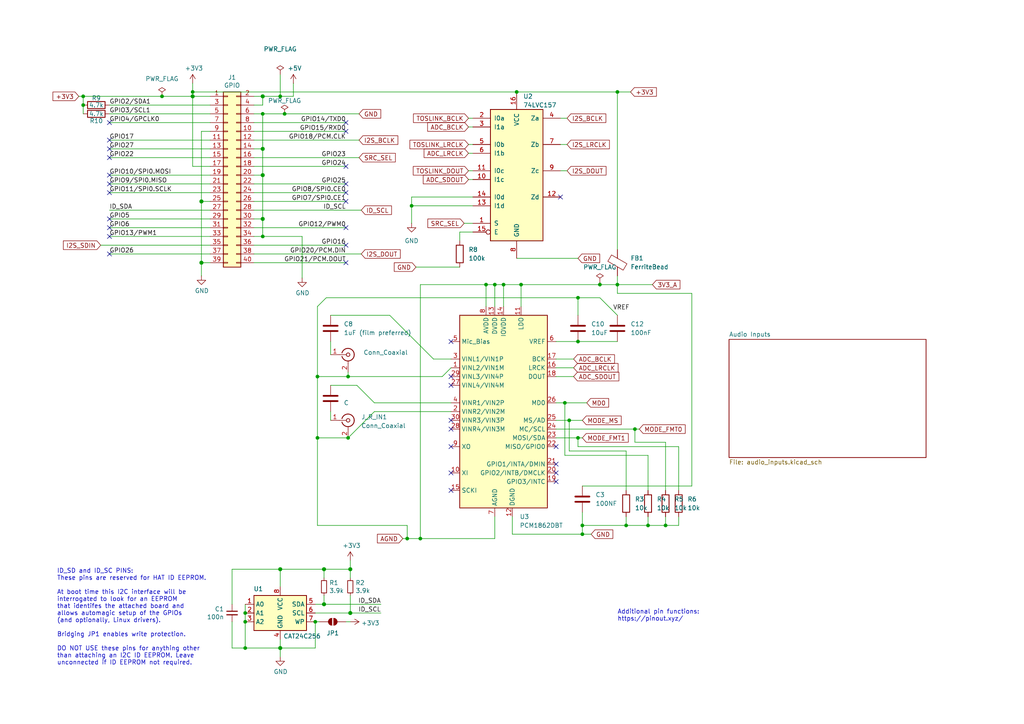
<source format=kicad_sch>
(kicad_sch (version 20250114) (generator "eeschema") (generator_version "9.0")
  (paper "A4")
  (title_block (date "15 nov 2012"))
  (lib_symbols
    (symbol "74xx:74LS157" (pin_names (offset 1.016))
      (property "Reference" "U" (at -7.62 19.05 0))
      (property "Value" "74LS157" (at -7.62 -21.59 0))
      (symbol "74LS157_1_0"
        (pin input line (at -12.7 15.24 0) (length 5.08) (name "I0a") (number "2"))
        (pin input line (at -12.7 12.7 0) (length 5.08) (name "I1a") (number "3"))
        (pin input line (at -12.7 7.62 0) (length 5.08) (name "I0b") (number "5"))
        (pin input line (at -12.7 5.08 0) (length 5.08) (name "I1b") (number "6"))
        (pin input line (at -12.7 0 0) (length 5.08) (name "I0c") (number "11"))
        (pin input line (at -12.7 -2.54 0) (length 5.08) (name "I1c") (number "10"))
        (pin input line (at -12.7 -7.62 0) (length 5.08) (name "I0d") (number "14"))
        (pin input line (at -12.7 -10.16 0) (length 5.08) (name "I1d") (number "13"))
        (pin input line (at -12.7 -15.24 0) (length 5.08) (name "S") (number "1"))
        (pin input inverted (at -12.7 -17.78 0) (length 5.08) (name "E") (number "15"))
        (pin power_in line (at 0 22.86 270) (length 5.08) (name "VCC") (number "16"))
        (pin power_in line (at 0 -25.4 90) (length 5.08) (name "GND") (number "8"))
        (pin output line (at 12.7 15.24 180) (length 5.08) (name "Za") (number "4"))
        (pin output line (at 12.7 7.62 180) (length 5.08) (name "Zb") (number "7"))
        (pin output line (at 12.7 0 180) (length 5.08) (name "Zc") (number "9"))
        (pin output line (at 12.7 -7.62 180) (length 5.08) (name "Zd") (number "12"))
      )
      (symbol "74LS157_1_1"
        (rectangle (start -7.62 17.78) (end 7.62 -20.32) (stroke (width 0.254)) (fill (type background)))
      )
    )
    (symbol "Audio:PCM1862DBT"
      (property "Reference" "U" (at -12.192 29.464 0))
      (property "Value" "PCM1862DBT" (at 7.62 29.464 0))
      (symbol "PCM1862DBT_0_0"
        (pin input line (at -15.24 10.16 0) (length 2.54) (name "VINL3/VIN4P") (number "29"))
        (pin input line (at -15.24 7.62 0) (length 2.54) (name "VINL4/VIN4M") (number "27"))
        (pin input line (at -15.24 -2.54 0) (length 2.54) (name "VINR3/VIN3P") (number "30"))
        (pin input line (at -15.24 -5.08 0) (length 2.54) (name "VINR4/VIN3M") (number "28"))
        (pin input line (at 15.24 2.54 180) (length 2.54) (name "MD0") (number "26"))
        (pin input line (at 15.24 -2.54 180) (length 2.54) (name "MS/AD") (number "25"))
      )
      (symbol "PCM1862DBT_0_1"
        (rectangle (start -12.7 27.94) (end 12.7 -27.94) (stroke (width 0.254)) (fill (type background)))
      )
      (symbol "PCM1862DBT_1_1"
        (pin power_out line (at -15.24 20.32 0) (length 2.54) (name "Mic_Bias") (number "5"))
        (pin input line (at -15.24 15.24 0) (length 2.54) (name "VINL1/VIN1P") (number "3"))
        (pin input line (at -15.24 12.7 0) (length 2.54) (name "VINL2/VIN1M") (number "1"))
        (pin input line (at -15.24 2.54 0) (length 2.54) (name "VINR1/VIN2P") (number "4"))
        (pin input line (at -15.24 0 0) (length 2.54) (name "VINR2/VIN2M") (number "2"))
        (pin output line (at -15.24 -10.16 0) (length 2.54) (name "XO") (number "9"))
        (pin input line (at -15.24 -17.78 0) (length 2.54) (name "XI") (number "10"))
        (pin input line (at -15.24 -22.86 0) (length 2.54) (name "SCKI") (number "15"))
        (pin power_in line (at -5.08 30.48 270) (length 2.54) (name "AVDD") (number "8"))
        (pin power_in line (at -2.54 30.48 270) (length 2.54) (name "DVDD") (number "13"))
        (pin power_in line (at -2.54 -30.48 90) (length 2.54) (name "AGND") (number "7"))
        (pin power_in line (at 0 30.48 270) (length 2.54) (name "IOVDD") (number "14"))
        (pin power_in line (at 2.54 -30.48 90) (length 2.54) (name "DGND") (number "12"))
        (pin power_in line (at 5.08 30.48 270) (length 2.54) (name "LDO") (number "11"))
        (pin power_out line (at 15.24 20.32 180) (length 2.54) (name "VREF") (number "6"))
        (pin bidirectional line (at 15.24 15.24 180) (length 2.54) (name "BCK") (number "17"))
        (pin bidirectional line (at 15.24 12.7 180) (length 2.54) (name "LRCK") (number "16"))
        (pin output line (at 15.24 10.16 180) (length 2.54) (name "DOUT") (number "18"))
        (pin input line (at 15.24 -5.08 180) (length 2.54) (name "MC/SCL") (number "24"))
        (pin bidirectional line (at 15.24 -7.62 180) (length 2.54) (name "MOSI/SDA") (number "23"))
        (pin bidirectional line (at 15.24 -10.16 180) (length 2.54) (name "MISO/GPIO0") (number "22"))
        (pin bidirectional line (at 15.24 -15.24 180) (length 2.54) (name "GPIO1/INTA/DMIN") (number "21"))
        (pin bidirectional line (at 15.24 -17.78 180) (length 2.54) (name "GPIO2/INTB/DMCLK") (number "20"))
        (pin bidirectional line (at 15.24 -20.32 180) (length 2.54) (name "GPIO3/INTC") (number "19"))
      )
    )
    (symbol "Connector:Conn_Coaxial" (pin_names (offset 1.016) (hide yes))
      (property "Reference" "J" (at 0.254 3.048 0))
      (property "Value" "Conn_Coaxial" (at 2.921 0 90))
      (symbol "Conn_Coaxial_0_1"
        (polyline (pts (xy -2.54 0) (xy -0.508 0)))
        (arc (start 1.778 0) (mid 0.222 -1.8079) (end -1.778 -0.508) (stroke (width 0.254)))
        (arc (start -1.778 0.508) (mid 0.2221 1.8084) (end 1.778 0) (stroke (width 0.254)))
        (circle (center 0 0) (radius 0.508) (stroke (width 0.2032)))
        (polyline (pts (xy 0 -2.54) (xy 0 -1.778)))
      )
      (symbol "Conn_Coaxial_1_1"
        (pin passive line (at -5.08 0 0) (length 2.54) (name "In") (number "1"))
        (pin passive line (at 0 -5.08 90) (length 2.54) (name "Ext") (number "2"))
      )
    )
    (symbol "Connector_Generic:Conn_02x20_Odd_Even" (pin_names (offset 1.016) (hide yes))
      (property "Reference" "J" (at 1.27 25.4 0))
      (property "Value" "Conn_02x20_Odd_Even" (at 1.27 -27.94 0))
      (symbol "Conn_02x20_Odd_Even_1_1"
        (rectangle (start -1.27 24.13) (end 3.81 -26.67) (stroke (width 0.254)) (fill (type background)))
        (rectangle (start -1.27 22.987) (end 0 22.733) (stroke (width 0.1524)))
        (rectangle (start -1.27 20.447) (end 0 20.193) (stroke (width 0.1524)))
        (rectangle (start -1.27 17.907) (end 0 17.653) (stroke (width 0.1524)))
        (rectangle (start -1.27 15.367) (end 0 15.113) (stroke (width 0.1524)))
        (rectangle (start -1.27 12.827) (end 0 12.573) (stroke (width 0.1524)))
        (rectangle (start -1.27 10.287) (end 0 10.033) (stroke (width 0.1524)))
        (rectangle (start -1.27 7.747) (end 0 7.493) (stroke (width 0.1524)))
        (rectangle (start -1.27 5.207) (end 0 4.953) (stroke (width 0.1524)))
        (rectangle (start -1.27 2.667) (end 0 2.413) (stroke (width 0.1524)))
        (rectangle (start -1.27 0.127) (end 0 -0.127) (stroke (width 0.1524)))
        (rectangle (start -1.27 -2.413) (end 0 -2.667) (stroke (width 0.1524)))
        (rectangle (start -1.27 -4.953) (end 0 -5.207) (stroke (width 0.1524)))
        (rectangle (start -1.27 -7.493) (end 0 -7.747) (stroke (width 0.1524)))
        (rectangle (start -1.27 -10.033) (end 0 -10.287) (stroke (width 0.1524)))
        (rectangle (start -1.27 -12.573) (end 0 -12.827) (stroke (width 0.1524)))
        (rectangle (start -1.27 -15.113) (end 0 -15.367) (stroke (width 0.1524)))
        (rectangle (start -1.27 -17.653) (end 0 -17.907) (stroke (width 0.1524)))
        (rectangle (start -1.27 -20.193) (end 0 -20.447) (stroke (width 0.1524)))
        (rectangle (start -1.27 -22.733) (end 0 -22.987) (stroke (width 0.1524)))
        (rectangle (start -1.27 -25.273) (end 0 -25.527) (stroke (width 0.1524)))
        (rectangle (start 3.81 22.987) (end 2.54 22.733) (stroke (width 0.1524)))
        (rectangle (start 3.81 20.447) (end 2.54 20.193) (stroke (width 0.1524)))
        (rectangle (start 3.81 17.907) (end 2.54 17.653) (stroke (width 0.1524)))
        (rectangle (start 3.81 15.367) (end 2.54 15.113) (stroke (width 0.1524)))
        (rectangle (start 3.81 12.827) (end 2.54 12.573) (stroke (width 0.1524)))
        (rectangle (start 3.81 10.287) (end 2.54 10.033) (stroke (width 0.1524)))
        (rectangle (start 3.81 7.747) (end 2.54 7.493) (stroke (width 0.1524)))
        (rectangle (start 3.81 5.207) (end 2.54 4.953) (stroke (width 0.1524)))
        (rectangle (start 3.81 2.667) (end 2.54 2.413) (stroke (width 0.1524)))
        (rectangle (start 3.81 0.127) (end 2.54 -0.127) (stroke (width 0.1524)))
        (rectangle (start 3.81 -2.413) (end 2.54 -2.667) (stroke (width 0.1524)))
        (rectangle (start 3.81 -4.953) (end 2.54 -5.207) (stroke (width 0.1524)))
        (rectangle (start 3.81 -7.493) (end 2.54 -7.747) (stroke (width 0.1524)))
        (rectangle (start 3.81 -10.033) (end 2.54 -10.287) (stroke (width 0.1524)))
        (rectangle (start 3.81 -12.573) (end 2.54 -12.827) (stroke (width 0.1524)))
        (rectangle (start 3.81 -15.113) (end 2.54 -15.367) (stroke (width 0.1524)))
        (rectangle (start 3.81 -17.653) (end 2.54 -17.907) (stroke (width 0.1524)))
        (rectangle (start 3.81 -20.193) (end 2.54 -20.447) (stroke (width 0.1524)))
        (rectangle (start 3.81 -22.733) (end 2.54 -22.987) (stroke (width 0.1524)))
        (rectangle (start 3.81 -25.273) (end 2.54 -25.527) (stroke (width 0.1524)))
        (pin passive line (at -5.08 22.86 0) (length 3.81) (name "Pin_1") (number "1"))
        (pin passive line (at -5.08 20.32 0) (length 3.81) (name "Pin_3") (number "3"))
        (pin passive line (at -5.08 17.78 0) (length 3.81) (name "Pin_5") (number "5"))
        (pin passive line (at -5.08 15.24 0) (length 3.81) (name "Pin_7") (number "7"))
        (pin passive line (at -5.08 12.7 0) (length 3.81) (name "Pin_9") (number "9"))
        (pin passive line (at -5.08 10.16 0) (length 3.81) (name "Pin_11") (number "11"))
        (pin passive line (at -5.08 7.62 0) (length 3.81) (name "Pin_13") (number "13"))
        (pin passive line (at -5.08 5.08 0) (length 3.81) (name "Pin_15") (number "15"))
        (pin passive line (at -5.08 2.54 0) (length 3.81) (name "Pin_17") (number "17"))
        (pin passive line (at -5.08 0 0) (length 3.81) (name "Pin_19") (number "19"))
        (pin passive line (at -5.08 -2.54 0) (length 3.81) (name "Pin_21") (number "21"))
        (pin passive line (at -5.08 -5.08 0) (length 3.81) (name "Pin_23") (number "23"))
        (pin passive line (at -5.08 -7.62 0) (length 3.81) (name "Pin_25") (number "25"))
        (pin passive line (at -5.08 -10.16 0) (length 3.81) (name "Pin_27") (number "27"))
        (pin passive line (at -5.08 -12.7 0) (length 3.81) (name "Pin_29") (number "29"))
        (pin passive line (at -5.08 -15.24 0) (length 3.81) (name "Pin_31") (number "31"))
        (pin passive line (at -5.08 -17.78 0) (length 3.81) (name "Pin_33") (number "33"))
        (pin passive line (at -5.08 -20.32 0) (length 3.81) (name "Pin_35") (number "35"))
        (pin passive line (at -5.08 -22.86 0) (length 3.81) (name "Pin_37") (number "37"))
        (pin passive line (at -5.08 -25.4 0) (length 3.81) (name "Pin_39") (number "39"))
        (pin passive line (at 7.62 22.86 180) (length 3.81) (name "Pin_2") (number "2"))
        (pin passive line (at 7.62 20.32 180) (length 3.81) (name "Pin_4") (number "4"))
        (pin passive line (at 7.62 17.78 180) (length 3.81) (name "Pin_6") (number "6"))
        (pin passive line (at 7.62 15.24 180) (length 3.81) (name "Pin_8") (number "8"))
        (pin passive line (at 7.62 12.7 180) (length 3.81) (name "Pin_10") (number "10"))
        (pin passive line (at 7.62 10.16 180) (length 3.81) (name "Pin_12") (number "12"))
        (pin passive line (at 7.62 7.62 180) (length 3.81) (name "Pin_14") (number "14"))
        (pin passive line (at 7.62 5.08 180) (length 3.81) (name "Pin_16") (number "16"))
        (pin passive line (at 7.62 2.54 180) (length 3.81) (name "Pin_18") (number "18"))
        (pin passive line (at 7.62 0 180) (length 3.81) (name "Pin_20") (number "20"))
        (pin passive line (at 7.62 -2.54 180) (length 3.81) (name "Pin_22") (number "22"))
        (pin passive line (at 7.62 -5.08 180) (length 3.81) (name "Pin_24") (number "24"))
        (pin passive line (at 7.62 -7.62 180) (length 3.81) (name "Pin_26") (number "26"))
        (pin passive line (at 7.62 -10.16 180) (length 3.81) (name "Pin_28") (number "28"))
        (pin passive line (at 7.62 -12.7 180) (length 3.81) (name "Pin_30") (number "30"))
        (pin passive line (at 7.62 -15.24 180) (length 3.81) (name "Pin_32") (number "32"))
        (pin passive line (at 7.62 -17.78 180) (length 3.81) (name "Pin_34") (number "34"))
        (pin passive line (at 7.62 -20.32 180) (length 3.81) (name "Pin_36") (number "36"))
        (pin passive line (at 7.62 -22.86 180) (length 3.81) (name "Pin_38") (number "38"))
        (pin passive line (at 7.62 -25.4 180) (length 3.81) (name "Pin_40") (number "40"))
      )
    )
    (symbol "Device:C" (pin_numbers (hide yes)) (pin_names (offset 0.254))
      (property "Reference" "C" (at 0.635 2.54 0))
      (property "Value" "C" (at 0.635 -2.54 0))
      (symbol "C_0_1"
        (polyline (pts (xy -2.032 0.762) (xy 2.032 0.762)) (stroke (width 0.508)))
        (polyline (pts (xy -2.032 -0.762) (xy 2.032 -0.762)) (stroke (width 0.508)))
      )
      (symbol "C_1_1"
        (pin passive line (at 0 3.81 270) (length 2.794) (name "~") (number "1"))
        (pin passive line (at 0 -3.81 90) (length 2.794) (name "~") (number "2"))
      )
    )
    (symbol "Device:C_Small" (pin_numbers (hide yes)) (pin_names (offset 0.254) (hide yes))
      (property "Reference" "C" (at 0.254 1.778 0))
      (property "Value" "C_Small" (at 0.254 -2.032 0))
      (symbol "C_Small_0_1"
        (polyline (pts (xy -1.524 0.508) (xy 1.524 0.508)) (stroke (width 0.3048)))
        (polyline (pts (xy -1.524 -0.508) (xy 1.524 -0.508)) (stroke (width 0.3302)))
      )
      (symbol "C_Small_1_1"
        (pin passive line (at 0 2.54 270) (length 2.032) (name "~") (number "1"))
        (pin passive line (at 0 -2.54 90) (length 2.032) (name "~") (number "2"))
      )
    )
    (symbol "Device:FerriteBead" (pin_numbers (hide yes)) (pin_names (offset 0))
      (property "Reference" "FB" (at -3.81 0.635 90))
      (property "Value" "FerriteBead" (at 3.81 0 90))
      (symbol "FerriteBead_0_1"
        (polyline (pts (xy -2.7686 0.4064) (xy -1.7018 2.2606) (xy 2.7686 -0.3048) (xy 1.6764 -2.159) (xy -2.7686 0.4064)))
        (polyline (pts (xy 0 1.27) (xy 0 1.2954)))
        (polyline (pts (xy 0 -1.27) (xy 0 -1.2192)))
      )
      (symbol "FerriteBead_1_1"
        (pin passive line (at 0 3.81 270) (length 2.54) (name "~") (number "1"))
        (pin passive line (at 0 -3.81 90) (length 2.54) (name "~") (number "2"))
      )
    )
    (symbol "Device:R" (pin_numbers (hide yes)) (pin_names (offset 0))
      (property "Reference" "R" (at 2.032 0 90))
      (property "Value" "R" (at 0 0 90))
      (symbol "R_0_1"
        (rectangle (start -1.016 -2.54) (end 1.016 2.54) (stroke (width 0.254)))
      )
      (symbol "R_1_1"
        (pin passive line (at 0 3.81 270) (length 1.27) (name "~") (number "1"))
        (pin passive line (at 0 -3.81 90) (length 1.27) (name "~") (number "2"))
      )
    )
    (symbol "Device:R_Small" (pin_numbers (hide yes)) (pin_names (offset 0.254) (hide yes))
      (property "Reference" "R" (at 0.762 0.508 0))
      (property "Value" "R_Small" (at 0.762 -1.016 0))
      (symbol "R_Small_0_1"
        (rectangle (start -0.762 1.778) (end 0.762 -1.778) (stroke (width 0.2032)))
      )
      (symbol "R_Small_1_1"
        (pin passive line (at 0 2.54 270) (length 0.762) (name "~") (number "1"))
        (pin passive line (at 0 -2.54 90) (length 0.762) (name "~") (number "2"))
      )
    )
    (symbol "Jumper:SolderJumper_2_Open" (pin_numbers (hide yes)) (pin_names (offset 0) (hide yes)) (exclude_from_sim yes) (in_bom no)
      (property "Reference" "JP" (at 0 2.032 0))
      (property "Value" "SolderJumper_2_Open" (at 0 -2.54 0))
      (symbol "SolderJumper_2_Open_0_1"
        (polyline (pts (xy -0.254 1.016) (xy -0.254 -1.016)))
        (arc (start -0.254 -1.016) (mid -1.2656 0) (end -0.254 1.016))
        (arc (start -0.254 -1.016) (mid -1.2656 0) (end -0.254 1.016) (fill (type outline)))
        (arc (start 0.254 1.016) (mid 1.2656 0) (end 0.254 -1.016))
        (arc (start 0.254 1.016) (mid 1.2656 0) (end 0.254 -1.016) (fill (type outline)))
        (polyline (pts (xy 0.254 1.016) (xy 0.254 -1.016)))
      )
      (symbol "SolderJumper_2_Open_1_1"
        (pin passive line (at -3.81 0 0) (length 2.54) (name "A") (number "1"))
        (pin passive line (at 3.81 0 180) (length 2.54) (name "B") (number "2"))
      )
    )
    (symbol "Memory_EEPROM:CAT24C256"
      (property "Reference" "U" (at -6.35 6.35 0))
      (property "Value" "CAT24C256" (at 1.27 6.35 0))
      (symbol "CAT24C256_1_1"
        (rectangle (start -7.62 5.08) (end 7.62 -5.08) (stroke (width 0.254)) (fill (type background)))
        (pin input line (at -10.16 2.54 0) (length 2.54) (name "A0") (number "1"))
        (pin input line (at -10.16 0 0) (length 2.54) (name "A1") (number "2"))
        (pin input line (at -10.16 -2.54 0) (length 2.54) (name "A2") (number "3"))
        (pin power_in line (at 0 7.62 270) (length 2.54) (name "VCC") (number "8"))
        (pin power_in line (at 0 -7.62 90) (length 2.54) (name "GND") (number "4"))
        (pin bidirectional line (at 10.16 2.54 180) (length 2.54) (name "SDA") (number "5"))
        (pin input line (at 10.16 0 180) (length 2.54) (name "SCL") (number "6"))
        (pin input line (at 10.16 -2.54 180) (length 2.54) (name "WP") (number "7"))
      )
    )
    (symbol "power:+3.3V" (power) (pin_numbers (hide yes)) (pin_names (offset 0) (hide yes))
      (property "Value" "+3.3V" (at 0 3.556 0))
      (symbol "+3.3V_0_1"
        (polyline (pts (xy -0.762 1.27) (xy 0 2.54)))
        (polyline (pts (xy 0 2.54) (xy 0.762 1.27)))
        (polyline (pts (xy 0 0) (xy 0 2.54)))
      )
      (symbol "+3.3V_1_1"
        (pin power_in line (at 0 0 90) (length 0) (name "~") (number "1"))
      )
    )
    (symbol "power:+5V" (power) (pin_numbers (hide yes)) (pin_names (offset 0) (hide yes))
      (property "Value" "+5V" (at 0 3.556 0))
      (symbol "+5V_0_1"
        (polyline (pts (xy -0.762 1.27) (xy 0 2.54)))
        (polyline (pts (xy 0 2.54) (xy 0.762 1.27)))
        (polyline (pts (xy 0 0) (xy 0 2.54)))
      )
      (symbol "+5V_1_1"
        (pin power_in line (at 0 0 90) (length 0) (name "~") (number "1"))
      )
    )
    (symbol "power:GND" (power) (pin_numbers (hide yes)) (pin_names (offset 0) (hide yes))
      (property "Value" "GND" (at 0 -3.81 0))
      (symbol "GND_0_1"
        (polyline (pts (xy 0 0) (xy 0 -1.27) (xy 1.27 -1.27) (xy 0 -2.54) (xy -1.27 -1.27) (xy 0 -1.27)))
      )
      (symbol "GND_1_1"
        (pin power_in line (at 0 0 270) (length 0) (name "~") (number "1"))
      )
    )
    (symbol "power:PWR_FLAG" (power) (pin_numbers (hide yes)) (pin_names (offset 0) (hide yes))
      (property "Value" "PWR_FLAG" (at 0 3.81 0))
      (symbol "PWR_FLAG_0_0"
        (pin power_out line (at 0 0 90) (length 0) (name "~") (number "1"))
      )
      (symbol "PWR_FLAG_0_1"
        (polyline (pts (xy 0 0) (xy 0 1.27) (xy -1.016 1.905) (xy 0 2.54) (xy 1.016 1.905) (xy 0 1.27)))
      )
    )
  )
  (text "Additional pin functions:\nhttps://pinout.xyz/" (at 179.07 180.34 0) (effects (font (size 1.27 1.27)) (justify left bottom)))
  (text "ID_SD and ID_SC PINS:\nThese pins are reserved for HAT ID EEPROM.\n\nAt boot time this I2C interface will be\ninterrogated to look for an EEPROM\nthat identifes the attached board and\nallows automagic setup of the GPIOs\n(and optionally, Linux drivers).\n\nBridging JP1 enables write protection.\n\nDO NOT USE these pins for anything other\nthan attaching an I2C ID EEPROM. Leave\nunconnected if ID EEPROM not required." (at 16.51 193.04 0) (effects (font (size 1.27 1.27)) (justify left bottom)))
  (junction (at 93.98 175.26) (diameter 1.016))
  (junction (at 76.2 27.94) (diameter 1.016))
  (junction (at 187.96 152.4))
  (junction (at 81.28 187.96) (diameter 1.016))
  (junction (at 179.07 82.55))
  (junction (at 76.2 43.18) (diameter 1.016))
  (junction (at 81.28 165.1) (diameter 1.016))
  (junction (at 184.15 124.46))
  (junction (at 146.05 82.55))
  (junction (at 118.11 156.21))
  (junction (at 165.1 121.92))
  (junction (at 121.92 156.21))
  (junction (at 101.6 165.1) (diameter 1.016))
  (junction (at 119.38 59.69))
  (junction (at 163.83 116.84))
  (junction (at 71.12 180.34))
  (junction (at 168.91 154.94))
  (junction (at 58.42 76.2) (diameter 1.016))
  (junction (at 149.86 26.67))
  (junction (at 151.13 82.55))
  (junction (at 55.88 26.67))
  (junction (at 58.42 58.42) (diameter 1.016))
  (junction (at 92.075 127))
  (junction (at 168.91 152.4))
  (junction (at 143.51 82.55))
  (junction (at 140.97 82.55))
  (junction (at 179.07 26.67))
  (junction (at 100.965 109.22))
  (junction (at 100.965 127))
  (junction (at 24.13 30.48))
  (junction (at 81.28 27.94))
  (junction (at 167.64 127))
  (junction (at 193.04 152.4))
  (junction (at 71.12 187.96))
  (junction (at 71.12 177.8))
  (junction (at 76.2 63.5) (diameter 1.016))
  (junction (at 181.61 152.4))
  (junction (at 76.2 50.8) (diameter 1.016))
  (junction (at 173.99 82.55))
  (junction (at 46.99 27.94))
  (junction (at 101.6 177.8) (diameter 1.016))
  (junction (at 82.55 33.02))
  (junction (at 91.44 180.34))
  (junction (at 76.2 33.02))
  (junction (at 167.64 86.36))
  (junction (at 24.13 27.94))
  (junction (at 167.64 99.06))
  (junction (at 92.075 109.22))
  (junction (at 76.2 68.58))
  (junction (at 55.88 27.94) (diameter 1.016))
  (junction (at 93.98 165.1) (diameter 1.016))
  (no_connect (at 100.33 53.34))
  (no_connect (at 100.33 76.2))
  (no_connect (at 31.75 55.88))
  (no_connect (at 100.33 38.1))
  (no_connect (at 31.75 35.56))
  (no_connect (at 31.75 50.8))
  (no_connect (at 130.81 99.06))
  (no_connect (at 130.81 111.76))
  (no_connect (at 161.29 129.54))
  (no_connect (at 161.29 134.62))
  (no_connect (at 100.33 71.12))
  (no_connect (at 130.81 124.46))
  (no_connect (at 31.75 45.72))
  (no_connect (at 31.75 43.18))
  (no_connect (at 100.33 35.56))
  (no_connect (at 31.75 63.5))
  (no_connect (at 161.29 137.16))
  (no_connect (at 100.33 66.04))
  (no_connect (at 130.81 142.24))
  (no_connect (at 31.75 73.66))
  (no_connect (at 100.33 48.26))
  (no_connect (at 100.33 58.42))
  (no_connect (at 31.75 53.34))
  (no_connect (at 31.75 40.64))
  (no_connect (at 100.33 55.88))
  (no_connect (at 130.81 121.92))
  (no_connect (at 130.81 137.16))
  (no_connect (at 162.56 57.15))
  (no_connect (at 161.29 139.7))
  (no_connect (at 31.75 68.58))
  (no_connect (at 130.81 129.54))
  (no_connect (at 130.81 109.22))
  (no_connect (at 31.75 66.04))
  (wire (pts (xy 24.13 27.94) (xy 24.13 30.48)))
  (wire (pts (xy 161.29 127) (xy 167.64 127)))
  (wire (pts (xy 146.05 82.55) (xy 146.05 88.9)))
  (wire (pts (xy 58.42 58.42) (xy 58.42 76.2)))
  (wire (pts (xy 73.66 58.42) (xy 100.33 58.42)))
  (wire (pts (xy 162.56 49.53) (xy 164.465 49.53)))
  (wire (pts (xy 165.1 130.81) (xy 181.61 130.81)))
  (wire (pts (xy 179.07 72.39) (xy 179.07 26.67)))
  (wire (pts (xy 22.86 27.94) (xy 24.13 27.94)))
  (wire (pts (xy 60.96 40.64) (xy 31.75 40.64)))
  (wire (pts (xy 81.28 165.1) (xy 93.98 165.1)))
  (wire (pts (xy 101.6 165.1) (xy 93.98 165.1)))
  (wire (pts (xy 101.6 167.64) (xy 101.6 165.1)))
  (wire (pts (xy 167.64 127) (xy 168.91 127)))
  (wire (pts (xy 161.29 104.14) (xy 166.37 104.14)))
  (wire (pts (xy 168.91 148.59) (xy 168.91 152.4)))
  (wire (pts (xy 133.35 67.31) (xy 137.16 67.31)))
  (wire (pts (xy 148.59 149.86) (xy 148.59 154.94)))
  (wire (pts (xy 76.2 33.02) (xy 76.2 43.18)))
  (wire (pts (xy 151.13 82.55) (xy 173.99 82.55)))
  (wire (pts (xy 140.97 82.55) (xy 143.51 82.55)))
  (wire (pts (xy 76.2 50.8) (xy 73.66 50.8)))
  (wire (pts (xy 87.63 68.58) (xy 87.63 80.645)))
  (wire (pts (xy 55.88 26.67) (xy 55.88 27.94)))
  (wire (pts (xy 118.11 156.21) (xy 121.92 156.21)))
  (wire (pts (xy 95.885 99.06) (xy 95.885 102.87)))
  (wire (pts (xy 76.2 63.5) (xy 76.2 68.58)))
  (wire (pts (xy 167.64 99.06) (xy 179.07 99.06)))
  (wire (pts (xy 179.07 80.01) (xy 179.07 82.55)))
  (wire (pts (xy 118.11 152.4) (xy 118.11 156.21)))
  (wire (pts (xy 24.13 30.48) (xy 24.13 33.02)))
  (wire (pts (xy 135.89 49.53) (xy 137.16 49.53)))
  (wire (pts (xy 173.99 82.55) (xy 179.07 82.55)))
  (wire (pts (xy 181.61 149.86) (xy 181.61 152.4)))
  (wire (pts (xy 119.38 57.15) (xy 137.16 57.15)))
  (wire (pts (xy 31.75 60.96) (xy 60.96 60.96)))
  (wire (pts (xy 162.56 34.29) (xy 164.465 34.29)))
  (wire (pts (xy 76.2 50.8) (xy 76.2 63.5)))
  (wire (pts (xy 73.66 35.56) (xy 100.33 35.56)))
  (wire (pts (xy 149.86 26.67) (xy 179.07 26.67)))
  (wire (pts (xy 58.42 38.1) (xy 58.42 58.42)))
  (wire (pts (xy 91.44 175.26) (xy 93.98 175.26)))
  (wire (pts (xy 93.98 175.26) (xy 110.49 175.26)))
  (wire (pts (xy 134.62 64.77) (xy 137.16 64.77)))
  (wire (pts (xy 121.92 82.55) (xy 140.97 82.55)))
  (wire (pts (xy 58.42 38.1) (xy 60.96 38.1)))
  (wire (pts (xy 91.44 180.34) (xy 92.71 180.34)))
  (wire (pts (xy 100.33 180.34) (xy 101.6 180.34)))
  (wire (pts (xy 73.66 55.88) (xy 100.33 55.88)))
  (wire (pts (xy 196.85 152.4) (xy 193.04 152.4)))
  (wire (pts (xy 55.88 26.67) (xy 149.86 26.67)))
  (wire (pts (xy 76.2 43.18) (xy 76.2 50.8)))
  (wire (pts (xy 46.99 27.94) (xy 55.88 27.94)))
  (wire (pts (xy 31.75 63.5) (xy 60.96 63.5)))
  (wire (pts (xy 29.21 71.12) (xy 60.96 71.12)))
  (wire (pts (xy 179.07 82.55) (xy 179.07 85.09)))
  (wire (pts (xy 58.42 58.42) (xy 60.96 58.42)))
  (wire (pts (xy 101.6 162.56) (xy 101.6 165.1)))
  (wire (pts (xy 161.29 99.06) (xy 167.64 99.06)))
  (wire (pts (xy 71.12 175.26) (xy 71.12 177.8)))
  (wire (pts (xy 81.28 165.1) (xy 81.28 170.18)))
  (wire (pts (xy 196.85 129.54) (xy 196.85 142.24)))
  (wire (pts (xy 119.38 57.15) (xy 119.38 59.69)))
  (wire (pts (xy 151.13 82.55) (xy 151.13 88.9)))
  (wire (pts (xy 167.64 127) (xy 167.64 129.54)))
  (wire (pts (xy 73.66 60.96) (xy 104.775 60.96)))
  (wire (pts (xy 193.04 128.27) (xy 193.04 142.24)))
  (wire (pts (xy 73.66 76.2) (xy 100.33 76.2)))
  (wire (pts (xy 58.42 76.2) (xy 58.42 80.01)))
  (wire (pts (xy 31.75 43.18) (xy 60.96 43.18)))
  (wire (pts (xy 101.6 172.72) (xy 101.6 177.8)))
  (wire (pts (xy 168.91 152.4) (xy 168.91 154.94)))
  (wire (pts (xy 163.83 116.84) (xy 170.18 116.84)))
  (wire (pts (xy 135.89 41.91) (xy 137.16 41.91)))
  (wire (pts (xy 85.09 27.94) (xy 81.28 27.94)))
  (wire (pts (xy 200.66 140.97) (xy 168.91 140.97)))
  (wire (pts (xy 135.89 44.45) (xy 137.16 44.45)))
  (wire (pts (xy 181.61 130.81) (xy 181.61 142.24)))
  (wire (pts (xy 76.2 68.58) (xy 73.66 68.58)))
  (wire (pts (xy 113.03 91.44) (xy 125.73 104.14)))
  (wire (pts (xy 135.89 36.83) (xy 137.16 36.83)))
  (wire (pts (xy 31.75 33.02) (xy 60.96 33.02)))
  (wire (pts (xy 173.99 81.915) (xy 173.99 82.55)))
  (wire (pts (xy 71.12 187.96) (xy 81.28 187.96)))
  (wire (pts (xy 92.075 88.9) (xy 92.075 109.22)))
  (wire (pts (xy 94.615 86.36) (xy 92.075 88.9)))
  (wire (pts (xy 121.92 82.55) (xy 121.92 156.21)))
  (wire (pts (xy 31.75 55.88) (xy 60.96 55.88)))
  (wire (pts (xy 55.88 48.26) (xy 60.96 48.26)))
  (wire (pts (xy 55.88 24.13) (xy 55.88 26.67)))
  (wire (pts (xy 60.96 30.48) (xy 31.75 30.48)))
  (wire (pts (xy 146.05 82.55) (xy 151.13 82.55)))
  (wire (pts (xy 140.97 88.9) (xy 140.97 82.55)))
  (wire (pts (xy 76.2 27.94) (xy 76.2 30.48)))
  (wire (pts (xy 173.99 86.36) (xy 179.07 91.44)))
  (wire (pts (xy 73.66 40.64) (xy 104.14 40.64)))
  (wire (pts (xy 167.64 86.36) (xy 173.99 86.36)))
  (wire (pts (xy 76.2 43.18) (xy 73.66 43.18)))
  (wire (pts (xy 92.075 109.22) (xy 100.965 109.22)))
  (wire (pts (xy 119.38 59.69) (xy 137.16 59.69)))
  (wire (pts (xy 85.09 24.13) (xy 85.09 27.94)))
  (wire (pts (xy 95.885 119.38) (xy 95.885 121.92)))
  (wire (pts (xy 130.81 119.38) (xy 108.585 119.38)))
  (wire (pts (xy 31.75 35.56) (xy 60.96 35.56)))
  (wire (pts (xy 93.98 165.1) (xy 93.98 167.64)))
  (wire (pts (xy 187.96 132.08) (xy 187.96 142.24)))
  (wire (pts (xy 184.15 124.46) (xy 184.15 128.27)))
  (wire (pts (xy 76.2 27.94) (xy 73.66 27.94)))
  (wire (pts (xy 55.88 27.94) (xy 55.88 48.26)))
  (wire (pts (xy 73.66 48.26) (xy 100.33 48.26)))
  (wire (pts (xy 179.07 85.09) (xy 200.66 85.09)))
  (wire (pts (xy 167.64 129.54) (xy 196.85 129.54)))
  (wire (pts (xy 73.66 38.1) (xy 100.33 38.1)))
  (wire (pts (xy 93.98 172.72) (xy 93.98 175.26)))
  (wire (pts (xy 91.44 177.8) (xy 101.6 177.8)))
  (wire (pts (xy 101.6 177.8) (xy 110.49 177.8)))
  (wire (pts (xy 125.73 104.14) (xy 130.81 104.14)))
  (wire (pts (xy 163.83 132.08) (xy 187.96 132.08)))
  (wire (pts (xy 148.59 154.94) (xy 168.91 154.94)))
  (wire (pts (xy 31.75 45.72) (xy 60.96 45.72)))
  (wire (pts (xy 31.75 53.34) (xy 60.96 53.34)))
  (wire (pts (xy 95.885 111.76) (xy 103.505 111.76)))
  (wire (pts (xy 92.075 109.22) (xy 92.075 127)))
  (wire (pts (xy 143.51 82.55) (xy 143.51 88.9)))
  (wire (pts (xy 92.075 152.4) (xy 118.11 152.4)))
  (wire (pts (xy 187.96 152.4) (xy 181.61 152.4)))
  (wire (pts (xy 193.04 152.4) (xy 187.96 152.4)))
  (wire (pts (xy 31.75 66.04) (xy 60.96 66.04)))
  (wire (pts (xy 168.91 152.4) (xy 181.61 152.4)))
  (wire (pts (xy 76.2 30.48) (xy 73.66 30.48)))
  (wire (pts (xy 87.63 68.58) (xy 76.2 68.58)))
  (wire (pts (xy 184.15 128.27) (xy 193.04 128.27)))
  (wire (pts (xy 143.51 149.86) (xy 143.51 156.21)))
  (wire (pts (xy 179.07 82.55) (xy 189.23 82.55)))
  (wire (pts (xy 196.85 149.86) (xy 196.85 152.4)))
  (wire (pts (xy 81.28 27.94) (xy 76.2 27.94)))
  (wire (pts (xy 24.13 27.94) (xy 46.99 27.94)))
  (wire (pts (xy 73.66 71.12) (xy 100.33 71.12)))
  (wire (pts (xy 81.28 21.59) (xy 81.28 27.94)))
  (wire (pts (xy 73.66 66.04) (xy 100.33 66.04)))
  (wire (pts (xy 133.35 67.31) (xy 133.35 69.85)))
  (wire (pts (xy 58.42 76.2) (xy 60.96 76.2)))
  (wire (pts (xy 73.66 73.66) (xy 104.775 73.66)))
  (wire (pts (xy 187.96 149.86) (xy 187.96 152.4)))
  (wire (pts (xy 76.2 33.02) (xy 73.66 33.02)))
  (wire (pts (xy 31.75 73.66) (xy 60.96 73.66)))
  (wire (pts (xy 149.86 74.93) (xy 167.64 74.93)))
  (wire (pts (xy 163.83 116.84) (xy 163.83 132.08)))
  (wire (pts (xy 71.12 180.34) (xy 71.12 187.96)))
  (wire (pts (xy 135.89 52.07) (xy 137.16 52.07)))
  (wire (pts (xy 120.65 77.47) (xy 133.35 77.47)))
  (wire (pts (xy 116.84 156.21) (xy 118.11 156.21)))
  (wire (pts (xy 161.29 121.92) (xy 165.1 121.92)))
  (wire (pts (xy 161.29 109.22) (xy 166.37 109.22)))
  (wire (pts (xy 67.31 165.1) (xy 67.31 175.26)))
  (wire (pts (xy 67.31 180.34) (xy 67.31 187.96)))
  (wire (pts (xy 67.31 187.96) (xy 71.12 187.96)))
  (wire (pts (xy 81.28 165.1) (xy 67.31 165.1)))
  (wire (pts (xy 82.55 33.02) (xy 104.14 33.02)))
  (wire (pts (xy 167.64 86.36) (xy 167.64 91.44)))
  (wire (pts (xy 91.44 180.34) (xy 91.44 187.96)))
  (wire (pts (xy 81.28 185.42) (xy 81.28 187.96)))
  (wire (pts (xy 81.28 187.96) (xy 81.28 190.5)))
  (wire (pts (xy 108.585 116.84) (xy 130.81 116.84)))
  (wire (pts (xy 76.2 33.02) (xy 82.55 33.02)))
  (wire (pts (xy 162.56 41.91) (xy 164.465 41.91)))
  (wire (pts (xy 73.66 53.34) (xy 100.33 53.34)))
  (wire (pts (xy 60.96 68.58) (xy 31.75 68.58)))
  (wire (pts (xy 73.66 45.72) (xy 104.14 45.72)))
  (wire (pts (xy 165.1 121.92) (xy 165.1 130.81)))
  (wire (pts (xy 161.29 106.68) (xy 166.37 106.68)))
  (wire (pts (xy 161.29 124.46) (xy 184.15 124.46)))
  (wire (pts (xy 193.04 149.86) (xy 193.04 152.4)))
  (wire (pts (xy 143.51 82.55) (xy 146.05 82.55)))
  (wire (pts (xy 76.2 63.5) (xy 73.66 63.5)))
  (wire (pts (xy 71.12 177.8) (xy 71.12 180.34)))
  (wire (pts (xy 95.885 91.44) (xy 113.03 91.44)))
  (wire (pts (xy 182.88 26.67) (xy 179.07 26.67)))
  (wire (pts (xy 135.89 34.29) (xy 137.16 34.29)))
  (wire (pts (xy 100.965 107.95) (xy 100.965 109.22)))
  (wire (pts (xy 103.505 111.76) (xy 108.585 116.84)))
  (wire (pts (xy 55.88 27.94) (xy 60.96 27.94)))
  (wire (pts (xy 121.92 156.21) (xy 143.51 156.21)))
  (wire (pts (xy 81.28 187.96) (xy 91.44 187.96)))
  (wire (pts (xy 119.38 59.69) (xy 119.38 64.77)))
  (wire (pts (xy 94.615 86.36) (xy 167.64 86.36)))
  (wire (pts (xy 128.27 109.22) (xy 130.81 106.68)))
  (wire (pts (xy 200.66 85.09) (xy 200.66 140.97)))
  (wire (pts (xy 168.91 154.94) (xy 171.45 154.94)))
  (wire (pts (xy 92.075 127) (xy 100.965 127)))
  (wire (pts (xy 161.29 116.84) (xy 163.83 116.84)))
  (wire (pts (xy 108.585 119.38) (xy 100.965 127)))
  (wire (pts (xy 60.96 50.8) (xy 31.75 50.8)))
  (wire (pts (xy 165.1 121.92) (xy 168.91 121.92)))
  (wire (pts (xy 100.965 109.22) (xy 128.27 109.22)))
  (wire (pts (xy 92.075 127) (xy 92.075 152.4)))
  (wire (pts (xy 184.15 124.46) (xy 185.42 124.46)))
  (label "GPIO6" (at 31.75 66.04 0))
  (label "ID_SDA" (at 110.49 175.26 180))
  (label "ID_SCL" (at 100.33 60.96 180))
  (label "GPIO5" (at 31.75 63.5 0))
  (label "GPIO21{slash}PCM.DOUT" (at 100.33 76.2 180))
  (label "GPIO10{slash}SPI0.MOSI" (at 31.75 50.8 0))
  (label "GPIO9{slash}SPI0.MISO" (at 31.75 53.34 0))
  (label "VREF" (at 177.8 90.17 0))
  (label "GPIO23" (at 100.33 45.72 180))
  (label "ID_SDA" (at 31.75 60.96 0))
  (label "GPIO4{slash}GPCLK0" (at 31.75 35.56 0))
  (label "GPIO27" (at 31.75 43.18 0))
  (label "GPIO26" (at 31.75 73.66 0))
  (label "GPIO14{slash}TXD0" (at 100.33 35.56 180))
  (label "GPIO8{slash}SPI0.CE0" (at 100.33 55.88 180))
  (label "GPIO15{slash}RXD0" (at 100.33 38.1 180))
  (label "GPIO16" (at 100.33 71.12 180))
  (label "GPIO22" (at 31.75 45.72 0))
  (label "GPIO2{slash}SDA1" (at 31.75 30.48 0))
  (label "GPIO17" (at 31.75 40.64 0))
  (label "GPIO25" (at 100.33 53.34 180))
  (label "GPIO3{slash}SCL1" (at 31.75 33.02 0))
  (label "GPIO18{slash}PCM.CLK" (at 100.33 40.64 180))
  (label "GPIO12{slash}PWM0" (at 100.33 66.04 180))
  (label "GPIO13{slash}PWM1" (at 31.75 68.58 0))
  (label "GPIO20{slash}PCM.DIN" (at 100.33 73.66 180))
  (label "GPIO24" (at 100.33 48.26 180))
  (label "GPIO7{slash}SPI0.CE1" (at 100.33 58.42 180))
  (label "ID_SCL" (at 110.49 177.8 180))
  (label "GPIO11{slash}SPI0.SCLK" (at 31.75 55.88 0))
  (global_label "SRC_SEL" (shape input) (at 134.62 64.77 180) (property "Intersheetrefs" "${INTERSHEET_REFS}" (effects (hide yes))))
  (global_label "MD0" (shape input) (at 170.18 116.84 0) (property "Intersheetrefs" "${INTERSHEET_REFS}" (effects (hide yes))))
  (global_label "I2S_LRCLK" (shape input) (at 164.465 41.91 0) (property "Intersheetrefs" "${INTERSHEET_REFS}" (effects (hide yes))))
  (global_label "3V3_A" (shape input) (at 189.23 82.55 0) (property "Intersheetrefs" "${INTERSHEET_REFS}" (effects (hide yes))))
  (global_label "AGND" (shape input) (at 116.84 156.21 180) (property "Intersheetrefs" "${INTERSHEET_REFS}" (effects (hide yes))))
  (global_label "ADC_LRCLK" (shape input) (at 135.89 44.45 180) (property "Intersheetrefs" "${INTERSHEET_REFS}" (effects (hide yes))))
  (global_label "+3V3" (shape input) (at 182.88 26.67 0) (property "Intersheetrefs" "${INTERSHEET_REFS}" (effects (hide yes))))
  (global_label "+3V3" (shape input) (at 22.86 27.94 180) (property "Intersheetrefs" "${INTERSHEET_REFS}" (effects (hide yes))))
  (global_label "I2S_DOUT" (shape input) (at 164.465 49.53 0) (property "Intersheetrefs" "${INTERSHEET_REFS}" (effects (hide yes))))
  (global_label "ADC_BCLK" (shape input) (at 166.37 104.14 0) (property "Intersheetrefs" "${INTERSHEET_REFS}" (effects (hide yes))))
  (global_label "ADC_BCLK" (shape input) (at 135.89 36.83 180) (property "Intersheetrefs" "${INTERSHEET_REFS}" (effects (hide yes))))
  (global_label "I2S_DOUT" (shape input) (at 104.775 73.66 0) (property "Intersheetrefs" "${INTERSHEET_REFS}" (effects (hide yes))))
  (global_label "ADC_SDOUT" (shape input) (at 166.37 109.22 0) (property "Intersheetrefs" "${INTERSHEET_REFS}" (effects (hide yes))))
  (global_label "ADC_SDOUT" (shape input) (at 135.89 52.07 180) (property "Intersheetrefs" "${INTERSHEET_REFS}" (effects (hide yes))))
  (global_label "GND" (shape input) (at 171.45 154.94 0) (property "Intersheetrefs" "${INTERSHEET_REFS}" (effects (hide yes))))
  (global_label "GND" (shape input) (at 120.65 77.47 180) (property "Intersheetrefs" "${INTERSHEET_REFS}" (effects (hide yes))))
  (global_label "I2S_SDIN" (shape input) (at 29.21 71.12 180) (property "Intersheetrefs" "${INTERSHEET_REFS}" (effects (hide yes))))
  (global_label "GND" (shape input) (at 167.64 74.93 0) (property "Intersheetrefs" "${INTERSHEET_REFS}" (effects (hide yes))))
  (global_label "MODE_MS" (shape input) (at 168.91 121.92 0) (property "Intersheetrefs" "${INTERSHEET_REFS}" (effects (hide yes))))
  (global_label "TOSLINK_DOUT" (shape input) (at 135.89 49.53 180) (property "Intersheetrefs" "${INTERSHEET_REFS}" (effects (hide yes))))
  (global_label "TOSLINK_BCLK" (shape input) (at 135.89 34.29 180) (property "Intersheetrefs" "${INTERSHEET_REFS}" (effects (hide yes))))
  (global_label "I2S_BCLK" (shape input) (at 164.465 34.29 0) (property "Intersheetrefs" "${INTERSHEET_REFS}" (effects (hide yes))))
  (global_label "MODE_FMT1" (shape input) (at 168.91 127 0) (property "Intersheetrefs" "${INTERSHEET_REFS}" (effects (hide yes))))
  (global_label "ID_SCL" (shape input) (at 104.775 60.96 0) (property "Intersheetrefs" "${INTERSHEET_REFS}" (effects (hide yes))))
  (global_label "I2S_BCLK" (shape input) (at 104.14 40.64 0) (property "Intersheetrefs" "${INTERSHEET_REFS}" (effects (hide yes))))
  (global_label "GND" (shape input) (at 104.14 33.02 0) (property "Intersheetrefs" "${INTERSHEET_REFS}" (effects (hide yes))))
  (global_label "MODE_FMT0" (shape input) (at 185.42 124.46 0) (property "Intersheetrefs" "${INTERSHEET_REFS}" (effects (hide yes))))
  (global_label "TOSLINK_LRCLK" (shape input) (at 135.89 41.91 180) (property "Intersheetrefs" "${INTERSHEET_REFS}" (effects (hide yes))))
  (global_label "ADC_LRCLK" (shape input) (at 166.37 106.68 0) (property "Intersheetrefs" "${INTERSHEET_REFS}" (effects (hide yes))))
  (global_label "SRC_SEL" (shape input) (at 104.14 45.72 0) (property "Intersheetrefs" "${INTERSHEET_REFS}" (effects (hide yes))))
  (symbol (lib_id "power:+5V") (at 85.09 24.13 0) (unit 1)
    (property "Reference" "#PWR01" (effects (hide yes)))
    (property "Value" "+5V" (at 85.4583 19.8056 0))
    (property "Description" "Power symbol creates a global label with name \"+5V\"" (effects (hide yes)))
  )
  (symbol (lib_id "power:+3.3V") (at 55.88 24.13 0) (unit 1)
    (property "Reference" "#PWR04" (effects (hide yes)))
    (property "Value" "+3V3" (at 56.2483 19.8056 0))
    (property "Description" "Power symbol creates a global label with name \"+3.3V\"" (effects (hide yes)))
  )
  (symbol (lib_id "power:GND") (at 87.63 80.645 0) (unit 1)
    (property "Reference" "#PWR02" (effects (hide yes)))
    (property "Value" "GND" (at 87.7443 84.9694 0))
    (property "Description" "Power symbol creates a global label with name \"GND\" , ground" (effects (hide yes)))
  )
  (symbol (lib_id "power:GND") (at 58.42 80.01 0) (unit 1)
    (property "Reference" "#PWR03" (effects (hide yes)))
    (property "Value" "GND" (at 58.5343 84.3344 0))
    (property "Description" "Power symbol creates a global label with name \"GND\" , ground" (effects (hide yes)))
  )
  (symbol (lib_id "Connector_Generic:Conn_02x20_Odd_Even") (at 66.04 50.8 0) (unit 1)
    (property "Reference" "J1" (at 67.31 22.4598 0))
    (property "Value" "GPIO" (at 67.31 24.765 0))
    (property "Footprint" "Connector_PinSocket_2.54mm:PinSocket_2x20_P2.54mm_Vertical" (effects (hide yes)))
    (property "Description" "Generic connector, double row, 02x20, odd/even pin numbering scheme (row 1 odd numbers, row 2 even numbers), script generated (kicad-library-utils/schlib/autogen/connector/)" (effects (hide yes)))
  )
  (symbol (lib_id "Device:C_Small") (at 67.31 177.8 0) (unit 1)
    (property "Reference" "C1" (at 64.9858 176.6506 0) (effects (justify right)))
    (property "Value" "100n" (at 64.9858 178.9493 0) (effects (justify right)))
    (property "Footprint" "Resistor_SMD:R_0805_2012Metric_Pad1.20x1.40mm_HandSolder" (effects (hide yes)))
    (property "Description" "Unpolarized capacitor, small symbol" (effects (hide yes)))
  )
  (symbol (lib_id "Device:R") (at 27.94 33.02 90) (unit 1)
    (property "Reference" "R10" (at 27.94 35.052 90))
    (property "Value" "4.7k" (at 27.94 33.02 90))
    (property "Footprint" "Resistor_SMD:R_0805_2012Metric_Pad1.20x1.40mm_HandSolder" (effects (hide yes)))
    (property "Description" "Resistor" (effects (hide yes)))
  )
  (symbol (lib_id "Device:C") (at 95.885 95.25 0) (unit 1)
    (property "Reference" "C8" (at 99.695 93.9799 0) (effects (justify left)))
    (property "Value" "1uF (film preferred)" (at 99.695 96.5199 0) (effects (justify left)))
    (property "Footprint" "Resistor_SMD:R_0805_2012Metric_Pad1.20x1.40mm_HandSolder" (effects (hide yes)))
    (property "Description" "Unpolarized capacitor" (effects (hide yes)))
  )
  (symbol (lib_id "Device:R_Small") (at 93.98 170.18 0) (unit 1)
    (property "Reference" "R1" (at 95.4786 169.037 0) (effects (justify left)))
    (property "Value" "3.9k" (at 95.4787 171.3293 0) (effects (justify left)))
    (property "Footprint" "Resistor_SMD:R_0805_2012Metric_Pad1.20x1.40mm_HandSolder" (effects (hide yes)))
    (property "Description" "Resistor, small symbol" (effects (hide yes)))
  )
  (symbol (lib_id "power:PWR_FLAG") (at 173.99 81.915 0) (unit 1)
    (property "Reference" "#FLG03" (effects (hide yes)))
    (property "Value" "PWR_FLAG" (at 173.99 77.47 0))
    (property "Description" "Special symbol for telling ERC where power comes from" (effects (hide yes)))
  )
  (symbol (lib_id "Jumper:SolderJumper_2_Open") (at 96.52 180.34 0) (unit 1)
    (property "Reference" "JP1" (at 96.52 183.623 0))
    (property "Value" "ID_WP" (effects (hide yes)))
    (property "Footprint" "Connector_PinHeader_2.54mm:PinHeader_1x02_P2.54mm_Vertical" (effects (hide yes)))
    (property "Description" "Solder Jumper, 2-pole, open" (effects (hide yes)))
  )
  (symbol (lib_id "Device:R_Small") (at 101.6 170.18 0) (unit 1)
    (property "Reference" "R2" (at 103.0986 169.037 0) (effects (justify left)))
    (property "Value" "3.9k" (at 103.0987 171.3293 0) (effects (justify left)))
    (property "Footprint" "Resistor_SMD:R_0805_2012Metric_Pad1.20x1.40mm_HandSolder" (effects (hide yes)))
    (property "Description" "Resistor, small symbol" (effects (hide yes)))
  )
  (symbol (lib_id "power:+3.3V") (at 101.6 162.56 0) (unit 1)
    (property "Reference" "#PWR0101" (effects (hide yes)))
    (property "Value" "+3V3" (at 101.9683 158.2356 0))
    (property "Description" "Power symbol creates a global label with name \"+3.3V\"" (effects (hide yes)))
  )
  (symbol (lib_id "power:PWR_FLAG") (at 81.28 21.59 0) (unit 1)
    (property "Reference" "#FLG01" (effects (hide yes)))
    (property "Value" "PWR_FLAG" (at 81.28 14.224 0))
    (property "Description" "Special symbol for telling ERC where power comes from" (effects (hide yes)))
  )
  (symbol (lib_id "Device:C") (at 95.885 115.57 0) (unit 1)
    (property "Reference" "C9" (effects (hide yes)))
    (property "Value" "C" (at 99.695 116.8399 0) (effects (justify left)))
    (property "Footprint" "Resistor_SMD:R_0805_2012Metric_Pad1.20x1.40mm_HandSolder" (effects (hide yes)))
    (property "Description" "Unpolarized capacitor" (effects (hide yes)))
  )
  (symbol (lib_id "Device:C") (at 179.07 95.25 0) (unit 1)
    (property "Reference" "C12" (at 182.88 93.9799 0) (effects (justify left)))
    (property "Value" "100nF" (at 182.88 96.5199 0) (effects (justify left)))
    (property "Footprint" "Resistor_SMD:R_0805_2012Metric_Pad1.20x1.40mm_HandSolder" (effects (hide yes)))
    (property "Description" "Unpolarized capacitor" (effects (hide yes)))
  )
  (symbol (lib_id "Memory_EEPROM:CAT24C256") (at 81.28 177.8 0) (unit 1)
    (property "Reference" "U1" (at 74.93 170.7958 0))
    (property "Value" "CAT24C256" (at 87.63 184.5245 0))
    (property "Footprint" "Package_SO:SOIC-8_3.9x4.9mm_P1.27mm" (effects (hide yes)))
    (property "Datasheet" "https://www.onsemi.cn/PowerSolutions/document/CAT24C256-D.PDF" (effects (hide yes)))
    (property "Description" "256 kb CMOS Serial EEPROM, DIP-8/SOIC-8/TSSOP-8/DFN-8" (effects (hide yes)))
  )
  (symbol (lib_id "Audio:PCM1862DBT") (at 146.05 119.38 0) (unit 1)
    (property "Reference" "U3" (at 150.7333 149.86 0) (effects (justify left)))
    (property "Value" "PCM1862DBT" (at 150.7333 152.4 0) (effects (justify left)))
    (property "Footprint" "Package_SO:TSSOP-32_6.1x11mm_P0.65mm" (effects (hide yes)))
    (property "Datasheet" "https://www.ti.com/lit/ds/symlink/pcm1862.pdf" (effects (hide yes)))
    (property "Description" "2-Channel, 192 kHz, 24-bit, Audio ADC, 103dB SNR, I2S / left/right-justified / TDM digital output formats, I2C / SPI control interface, 2 digital microphone support, TSSOP-30" (effects (hide yes)))
  )
  (symbol (lib_id "Device:C") (at 168.91 144.78 0) (unit 1)
    (property "Reference" "C3" (at 172.72 143.5099 0) (effects (justify left)))
    (property "Value" "100NF" (at 172.72 146.0499 0) (effects (justify left)))
    (property "Footprint" "Resistor_SMD:R_0805_2012Metric_Pad1.20x1.40mm_HandSolder" (effects (hide yes)))
    (property "Description" "Unpolarized capacitor" (effects (hide yes)))
  )
  (symbol (lib_id "Device:FerriteBead") (at 179.07 76.2 0) (unit 1)
    (property "Reference" "FB1" (at 182.88 74.8791 0) (effects (justify left)))
    (property "Value" "FerriteBead" (at 182.88 77.4191 0) (effects (justify left)))
    (property "Footprint" "Inductor_SMD:L_0805_2012Metric_Pad1.05x1.20mm_HandSolder" (effects (hide yes)))
    (property "Description" "Ferrite bead" (effects (hide yes)))
  )
  (symbol (lib_id "Connector:Conn_Coaxial") (at 100.965 102.87 0) (unit 1)
    (property "Reference" "J_L_IN1" (effects (hide yes)))
    (property "Value" "Conn_Coaxial" (at 105.41 102.235 0) (effects (justify left)))
    (property "Footprint" "Connector_Coaxial:SMA_Amphenol_901-143_Horizontal" (effects (hide yes)))
    (property "Description" "coaxial connector (BNC, SMA, SMB, SMC, Cinch/RCA, LEMO, ...)" (effects (hide yes)))
  )
  (symbol (lib_id "Device:R") (at 196.85 146.05 0) (unit 1)
    (property "Reference" "R6" (at 199.39 144.7799 0) (effects (justify left)))
    (property "Value" "10k" (at 199.39 147.3199 0) (effects (justify left)))
    (property "Footprint" "Resistor_SMD:R_0805_2012Metric_Pad1.20x1.40mm_HandSolder" (effects (hide yes)))
    (property "Description" "Resistor" (effects (hide yes)))
  )
  (symbol (lib_id "Device:R") (at 187.96 146.05 0) (unit 1)
    (property "Reference" "R4" (at 190.5 144.7799 0) (effects (justify left)))
    (property "Value" "10k" (at 190.5 147.3199 0) (effects (justify left)))
    (property "Footprint" "Resistor_SMD:R_0805_2012Metric_Pad1.20x1.40mm_HandSolder" (effects (hide yes)))
    (property "Description" "Resistor" (effects (hide yes)))
  )
  (symbol (lib_id "Device:C") (at 167.64 95.25 0) (unit 1)
    (property "Reference" "C10" (at 171.45 93.9799 0) (effects (justify left)))
    (property "Value" "10uF" (at 171.45 96.5199 0) (effects (justify left)))
    (property "Footprint" "Resistor_SMD:R_0805_2012Metric_Pad1.20x1.40mm_HandSolder" (effects (hide yes)))
    (property "Description" "Unpolarized capacitor" (effects (hide yes)))
  )
  (symbol (lib_id "Device:R") (at 27.94 30.48 90) (unit 1)
    (property "Reference" "R9" (at 27.94 28.448 90))
    (property "Value" "4.7k" (at 27.94 30.48 90))
    (property "Footprint" "Resistor_SMD:R_0805_2012Metric_Pad1.20x1.40mm_HandSolder" (effects (hide yes)))
    (property "Description" "Resistor" (effects (hide yes)))
  )
  (symbol (lib_id "power:GND") (at 81.28 190.5 0) (unit 1)
    (property "Reference" "#PWR0102" (effects (hide yes)))
    (property "Value" "GND" (at 81.3943 194.8244 0))
    (property "Description" "Power symbol creates a global label with name \"GND\" , ground" (effects (hide yes)))
  )
  (symbol (lib_id "power:PWR_FLAG") (at 46.99 27.94 0) (unit 1)
    (property "Reference" "#FLG02" (effects (hide yes)))
    (property "Value" "PWR_FLAG" (at 46.99 22.86 0))
    (property "Description" "Special symbol for telling ERC where power comes from" (effects (hide yes)))
  )
  (symbol (lib_id "74xx:74LS157") (at 149.86 49.53 0) (unit 1)
    (property "Reference" "U2" (at 151.765 27.94 0) (effects (justify left)))
    (property "Value" "74LVC157" (at 151.765 30.48 0) (effects (justify left)))
    (property "Footprint" "Package_SO:SOIC-16_3.9x9.9mm_P1.27mm" (effects (hide yes)))
    (property "Datasheet" "http://www.ti.com/lit/gpn/sn74LS157" (effects (hide yes)))
    (property "Description" "Quad 2 to 1 line Multiplexer" (effects (hide yes)))
  )
  (symbol (lib_id "power:+3.3V") (at 101.6 180.34 270) (unit 1)
    (property "Reference" "#PWR0103" (effects (hide yes)))
    (property "Value" "+3V3" (at 104.7751 180.7083 90) (effects (justify left)))
    (property "Description" "Power symbol creates a global label with name \"+3.3V\"" (effects (hide yes)))
  )
  (symbol (lib_id "Connector:Conn_Coaxial") (at 100.965 121.92 0) (unit 1)
    (property "Reference" "J_R_IN1" (at 104.775 120.9431 0) (effects (justify left)))
    (property "Value" "Conn_Coaxial" (at 104.775 123.4831 0) (effects (justify left)))
    (property "Footprint" "Connector_Coaxial:SMA_Amphenol_901-143_Horizontal" (effects (hide yes)))
    (property "Description" "coaxial connector (BNC, SMA, SMB, SMC, Cinch/RCA, LEMO, ...)" (effects (hide yes)))
  )
  (symbol (lib_id "power:PWR_FLAG") (at 82.55 33.02 0) (unit 1)
    (property "Reference" "#FLG04" (effects (hide yes)))
    (property "Value" "PWR_FLAG" (at 82.55 29.21 0))
    (property "Description" "Special symbol for telling ERC where power comes from" (effects (hide yes)))
  )
  (symbol (lib_id "Device:R") (at 133.35 73.66 0) (unit 1)
    (property "Reference" "R8" (at 135.89 72.3899 0) (effects (justify left)))
    (property "Value" "100k" (at 135.89 74.9299 0) (effects (justify left)))
    (property "Footprint" "Resistor_SMD:R_0805_2012Metric_Pad1.20x1.40mm_HandSolder" (effects (hide yes)))
    (property "Description" "Resistor" (effects (hide yes)))
  )
  (symbol (lib_id "power:GND") (at 119.38 64.77 0) (unit 1)
    (property "Reference" "#PWR011" (effects (hide yes)))
    (property "Value" "GND" (at 119.38 69.85 0))
    (property "Description" "Power symbol creates a global label with name \"GND\" , ground" (effects (hide yes)))
  )
  (symbol (lib_id "Device:R") (at 193.04 146.05 0) (unit 1)
    (property "Reference" "R5" (at 195.58 144.7799 0) (effects (justify left)))
    (property "Value" "10k" (at 195.58 147.3199 0) (effects (justify left)))
    (property "Footprint" "Resistor_SMD:R_0805_2012Metric_Pad1.20x1.40mm_HandSolder" (effects (hide yes)))
    (property "Description" "Resistor" (effects (hide yes)))
  )
  (symbol (lib_id "Device:R") (at 181.61 146.05 0) (unit 1)
    (property "Reference" "R3" (at 184.15 144.7799 0) (effects (justify left)))
    (property "Value" "10k" (at 184.15 147.3199 0) (effects (justify left)))
    (property "Footprint" "Resistor_SMD:R_0805_2012Metric_Pad1.20x1.40mm_HandSolder" (effects (hide yes)))
    (property "Description" "Resistor" (effects (hide yes)))
  )
  (sheet (at 211.455 98.425) (size 57.15 34.29) (stroke (width 0.1524))
    (property "Sheetname" "Audio Inputs" (at 211.455 97.7134 0) (effects (justify left bottom)))
    (property "Sheetfile" "audio_inputs.kicad_sch" (at 211.455 133.2996 0) (effects (justify left top)))
  )
)
</source>
